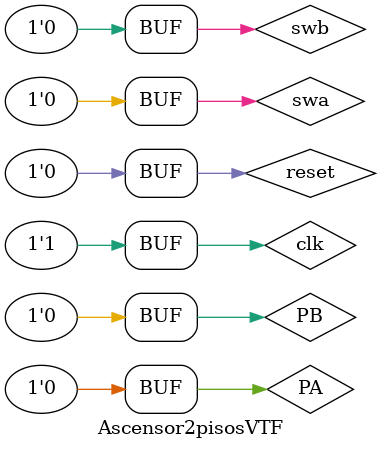
<source format=v>
`timescale 1ns / 1ps


module Ascensor2pisosVTF;

	// Inputs
	reg PA;
	reg PB;
	reg swa;
	reg swb;
	reg clk;
	reg reset;

	// Outputs
	wire motSube;
	wire motBaja;

	// Instantiate the Unit Under Test (UUT)
	Ascensor2pisos uut (
		.PA(PA), 
		.PB(PB), 
		.swa(swa), 
		.swb(swb), 
		.motSube(motSube), 
		.motBaja(motBaja), 
		.clk(clk), 
		.reset(reset)
	);


   // Note: CLK must be defined as a reg when using this method
   
   parameter PERIOD = 15;

   always begin
      clk = 1'b0;
      #(PERIOD/2) clk = 1'b1;
      #(PERIOD/2);
   end  
				

	initial begin
		// Initialize Inputs
		PA = 0;
		PB = 0;
		swa = 0;
		swb = 0;
		clk = 0;
		reset = 0;

		// Wait 100 ns for global reset to finish
		#100;
        
		// Add stimulus here
		reset = 1;
		#100;
		reset = 0;

		swb = 1;

		#300;
		PA = 1;
		#100;
		PA = 0;
		
		#100;
		swb = 0;
		
		

		#300;
		swb=1;
		#100;
		swb=0;
		#100;



		#300;
		swa=1;
		#100;
		
		PA = 1;
		#100;
		PA = 0;
		#100;

		PB = 1;
		#100;
		PB = 0;
		
		
		
		#100;
		swa=0;




		#100;
		

		

	end
      
endmodule


</source>
